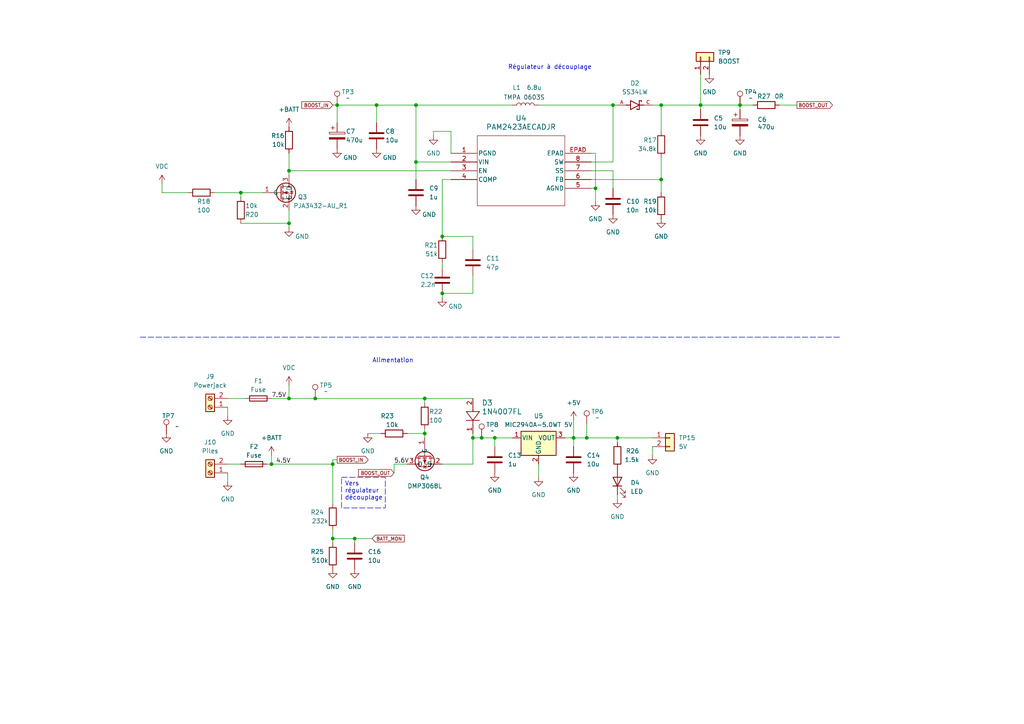
<source format=kicad_sch>
(kicad_sch (version 20230121) (generator eeschema)
  (paper "A4")
  (lib_symbols
    (symbol "2024-03-12_13-59-18:PAM2423AECADJR" (pin_names (offset 0.254))
      (property "Reference" "U" (at 20.32 10.16 0))
      (property "Value" "PAM2423AECADJR" (at 20.32 7.62 0))
      (symbol "PAM2423AECADJR_0_1"
        (polyline (pts (xy 7.62 -15.24) (xy 33.02 -15.24)) (stroke (width 0.127)))
        (polyline (pts (xy 7.62 5.08) (xy 7.62 -15.24)) (stroke (width 0.127)))
        (polyline (pts (xy 33.02 -15.24) (xy 33.02 5.08)) (stroke (width 0.127)))
        (polyline (pts (xy 33.02 5.08) (xy 7.62 5.08)) (stroke (width 0.127)))
        (pin power_out line (at 0 0 0) (length 7.62) (name "PGND") (number "1"))
        (pin unspecified line (at 0 -2.54 0) (length 7.62) (name "VIN") (number "2"))
        (pin unspecified line (at 0 -5.08 0) (length 7.62) (name "EN") (number "3"))
        (pin unspecified line (at 0 -7.62 0) (length 7.62) (name "COMP") (number "4"))
        (pin power_out line (at 40.64 -10.16 180) (length 7.62) (name "AGND") (number "5"))
        (pin unspecified line (at 40.64 -7.62 180) (length 7.62) (name "FB") (number "6"))
        (pin unspecified line (at 40.64 -5.08 180) (length 7.62) (name "SS") (number "7"))
        (pin unspecified line (at 40.64 -2.54 180) (length 7.62) (name "SW") (number "8"))
        (pin unspecified line (at 40.64 0 180) (length 7.62) (name "EPAD") (number "EPAD"))
      )
    )
    (symbol "2024-03-15_15-49-57:1N4007FL" (pin_names (offset 0.254) hide)
      (property "Reference" "CR" (at 5.08 4.445 0))
      (property "Value" "1N4007FL" (at 5.08 -3.81 0))
      (symbol "1N4007FL_1_1"
        (polyline (pts (xy 2.54 0) (xy 3.4798 0)) (stroke (width 0.2032)))
        (polyline (pts (xy 3.175 0) (xy 3.81 0)) (stroke (width 0.2032)))
        (polyline (pts (xy 3.81 -1.905) (xy 6.35 0)) (stroke (width 0.2032)))
        (polyline (pts (xy 3.81 1.905) (xy 3.81 -1.905)) (stroke (width 0.2032)))
        (polyline (pts (xy 6.35 -1.905) (xy 6.35 1.905)) (stroke (width 0.2032)))
        (polyline (pts (xy 6.35 0) (xy 3.81 1.905)) (stroke (width 0.2032)))
        (polyline (pts (xy 6.35 0) (xy 7.62 0)) (stroke (width 0.2032)))
        (pin unspecified line (at 10.16 0 180) (length 2.54) (name "") (number "1"))
        (pin unspecified line (at 0 0 0) (length 2.54) (name "") (number "2"))
      )
      (symbol "1N4007FL_1_2"
        (polyline (pts (xy -1.905 3.81) (xy 1.905 3.81)) (stroke (width 0.2032)))
        (polyline (pts (xy 0 2.54) (xy 0 3.4798)) (stroke (width 0.2032)))
        (polyline (pts (xy 0 3.175) (xy 0 3.81)) (stroke (width 0.2032)))
        (polyline (pts (xy 0 6.35) (xy -1.905 3.81)) (stroke (width 0.2032)))
        (polyline (pts (xy 0 6.35) (xy 0 7.62)) (stroke (width 0.2032)))
        (polyline (pts (xy 1.905 3.81) (xy 0 6.35)) (stroke (width 0.2032)))
        (polyline (pts (xy 1.905 6.35) (xy -1.905 6.35)) (stroke (width 0.2032)))
        (pin unspecified line (at 0 10.16 270) (length 2.54) (name "") (number "1"))
        (pin unspecified line (at 0 0 90) (length 2.54) (name "") (number "2"))
      )
    )
    (symbol "Connector:Screw_Terminal_01x02" (pin_names (offset 1.016) hide)
      (property "Reference" "J" (at 0 2.54 0))
      (property "Value" "Screw_Terminal_01x02" (at 0 -5.08 0))
      (symbol "Screw_Terminal_01x02_1_1"
        (rectangle (start -1.27 1.27) (end 1.27 -3.81) (stroke (width 0.254)) (fill (type background)))
        (circle (center 0 -2.54) (radius 0.635) (stroke (width 0.1524)))
        (polyline (pts (xy -0.5334 -2.2098) (xy 0.3302 -3.048)) (stroke (width 0.1524)))
        (polyline (pts (xy -0.5334 0.3302) (xy 0.3302 -0.508)) (stroke (width 0.1524)))
        (polyline (pts (xy -0.3556 -2.032) (xy 0.508 -2.8702)) (stroke (width 0.1524)))
        (polyline (pts (xy -0.3556 0.508) (xy 0.508 -0.3302)) (stroke (width 0.1524)))
        (circle (center 0 0) (radius 0.635) (stroke (width 0.1524)))
        (pin passive line (at -5.08 0 0) (length 3.81) (name "Pin_1") (number "1"))
        (pin passive line (at -5.08 -2.54 0) (length 3.81) (name "Pin_2") (number "2"))
      )
    )
    (symbol "Connector:TestPoint" (pin_numbers hide) (pin_names (offset 0.762) hide)
      (property "Reference" "TP" (at 0 6.858 0))
      (property "Value" "TestPoint" (at 0 5.08 0))
      (symbol "TestPoint_0_1"
        (circle (center 0 3.302) (radius 0.762))
      )
      (symbol "TestPoint_1_1"
        (pin passive line (at 0 0 90) (length 2.54) (name "1") (number "1"))
      )
    )
    (symbol "Connector_Generic:Conn_01x02" (pin_names (offset 1.016) hide)
      (property "Reference" "J" (at 0 2.54 0))
      (property "Value" "Conn_01x02" (at 0 -5.08 0))
      (symbol "Conn_01x02_1_1"
        (rectangle (start -1.27 -2.413) (end 0 -2.667) (stroke (width 0.1524)))
        (rectangle (start -1.27 0.127) (end 0 -0.127) (stroke (width 0.1524)))
        (rectangle (start -1.27 1.27) (end 1.27 -3.81) (stroke (width 0.254)) (fill (type background)))
        (pin passive line (at -5.08 0 0) (length 3.81) (name "Pin_1") (number "1"))
        (pin passive line (at -5.08 -2.54 0) (length 3.81) (name "Pin_2") (number "2"))
      )
    )
    (symbol "Device:C" (pin_numbers hide) (pin_names (offset 0.254))
      (property "Reference" "C" (at 0.635 2.54 0))
      (property "Value" "C" (at 0.635 -2.54 0))
      (symbol "C_0_1"
        (polyline (pts (xy -2.032 -0.762) (xy 2.032 -0.762)) (stroke (width 0.508)))
        (polyline (pts (xy -2.032 0.762) (xy 2.032 0.762)) (stroke (width 0.508)))
      )
      (symbol "C_1_1"
        (pin passive line (at 0 3.81 270) (length 2.794) (name "~") (number "1"))
        (pin passive line (at 0 -3.81 90) (length 2.794) (name "~") (number "2"))
      )
    )
    (symbol "Device:C_Polarized" (pin_numbers hide) (pin_names (offset 0.254))
      (property "Reference" "C" (at 0.635 2.54 0))
      (property "Value" "C_Polarized" (at 0.635 -2.54 0))
      (symbol "C_Polarized_0_1"
        (rectangle (start -2.286 0.508) (end 2.286 1.016))
        (polyline (pts (xy -1.778 2.286) (xy -0.762 2.286)))
        (polyline (pts (xy -1.27 2.794) (xy -1.27 1.778)))
        (rectangle (start 2.286 -0.508) (end -2.286 -1.016) (fill (type outline)))
      )
      (symbol "C_Polarized_1_1"
        (pin passive line (at 0 3.81 270) (length 2.794) (name "~") (number "1"))
        (pin passive line (at 0 -3.81 90) (length 2.794) (name "~") (number "2"))
      )
    )
    (symbol "Device:Fuse" (pin_numbers hide) (pin_names (offset 0))
      (property "Reference" "F" (at 2.032 0 90))
      (property "Value" "Fuse" (at -1.905 0 90))
      (symbol "Fuse_0_1"
        (rectangle (start -0.762 -2.54) (end 0.762 2.54) (stroke (width 0.254)))
        (polyline (pts (xy 0 2.54) (xy 0 -2.54)))
      )
      (symbol "Fuse_1_1"
        (pin passive line (at 0 3.81 270) (length 1.27) (name "~") (number "1"))
        (pin passive line (at 0 -3.81 90) (length 1.27) (name "~") (number "2"))
      )
    )
    (symbol "Device:L" (pin_numbers hide) (pin_names (offset 1.016) hide)
      (property "Reference" "L" (at -1.27 0 90))
      (property "Value" "L" (at 1.905 0 90))
      (symbol "L_0_1"
        (arc (start 0 -2.54) (mid 0.6323 -1.905) (end 0 -1.27))
        (arc (start 0 -1.27) (mid 0.6323 -0.635) (end 0 0))
        (arc (start 0 0) (mid 0.6323 0.635) (end 0 1.27))
        (arc (start 0 1.27) (mid 0.6323 1.905) (end 0 2.54))
      )
      (symbol "L_1_1"
        (pin passive line (at 0 3.81 270) (length 1.27) (name "1") (number "1"))
        (pin passive line (at 0 -3.81 90) (length 1.27) (name "2") (number "2"))
      )
    )
    (symbol "Device:LED" (pin_numbers hide) (pin_names (offset 1.016) hide)
      (property "Reference" "D" (at 0 2.54 0))
      (property "Value" "LED" (at 0 -2.54 0))
      (symbol "LED_0_1"
        (polyline (pts (xy -1.27 -1.27) (xy -1.27 1.27)) (stroke (width 0.254)))
        (polyline (pts (xy -1.27 0) (xy 1.27 0)))
        (polyline (pts (xy 1.27 -1.27) (xy 1.27 1.27) (xy -1.27 0) (xy 1.27 -1.27)) (stroke (width 0.254)))
        (polyline (pts (xy -3.048 -0.762) (xy -4.572 -2.286) (xy -3.81 -2.286) (xy -4.572 -2.286) (xy -4.572 -1.524)))
        (polyline (pts (xy -1.778 -0.762) (xy -3.302 -2.286) (xy -2.54 -2.286) (xy -3.302 -2.286) (xy -3.302 -1.524)))
      )
      (symbol "LED_1_1"
        (pin passive line (at -3.81 0 0) (length 2.54) (name "K") (number "1"))
        (pin passive line (at 3.81 0 180) (length 2.54) (name "A") (number "2"))
      )
    )
    (symbol "Device:R" (pin_numbers hide) (pin_names (offset 0))
      (property "Reference" "R" (at 2.032 0 90))
      (property "Value" "R" (at 0 0 90))
      (symbol "R_0_1"
        (rectangle (start -1.016 -2.54) (end 1.016 2.54) (stroke (width 0.254)))
      )
      (symbol "R_1_1"
        (pin passive line (at 0 3.81 270) (length 1.27) (name "~") (number "1"))
        (pin passive line (at 0 -3.81 90) (length 1.27) (name "~") (number "2"))
      )
    )
    (symbol "Regulator_Linear:AP2204R-3.0" (pin_names (offset 0.254))
      (property "Reference" "U" (at -5.08 3.175 0))
      (property "Value" "AP2204R-3.0" (at 0 3.175 0))
      (symbol "AP2204R-3.0_0_1"
        (rectangle (start -5.08 1.905) (end 5.08 -5.08) (stroke (width 0.254)) (fill (type background)))
      )
      (symbol "AP2204R-3.0_1_1"
        (pin power_in line (at -7.62 0 0) (length 2.54) (name "VIN") (number "1"))
        (pin power_in line (at 0 -7.62 90) (length 2.54) (name "GND") (number "2"))
        (pin power_out line (at 7.62 0 180) (length 2.54) (name "VOUT") (number "3"))
      )
    )
    (symbol "SS34:SS34" (pin_names (offset 1.016))
      (property "Reference" "D" (at -5.08 2.54 0))
      (property "Value" "SS34" (at -5.08 -3.81 0))
      (symbol "SS34_0_0"
        (polyline (pts (xy -2.54 0) (xy -1.27 0)) (stroke (width 0.254)))
        (polyline (pts (xy -1.27 -1.27) (xy 1.27 0)) (stroke (width 0.254)))
        (polyline (pts (xy -1.27 0) (xy -1.27 -1.27)) (stroke (width 0.254)))
        (polyline (pts (xy -1.27 1.27) (xy -1.27 0)) (stroke (width 0.254)))
        (polyline (pts (xy 0.635 -1.016) (xy 0.635 -1.27)) (stroke (width 0.254)))
        (polyline (pts (xy 1.27 -1.27) (xy 0.635 -1.27)) (stroke (width 0.254)))
        (polyline (pts (xy 1.27 0) (xy -1.27 1.27)) (stroke (width 0.254)))
        (polyline (pts (xy 1.27 0) (xy 1.27 -1.27)) (stroke (width 0.254)))
        (polyline (pts (xy 1.27 1.27) (xy 1.27 0)) (stroke (width 0.254)))
        (polyline (pts (xy 1.905 1.27) (xy 1.27 1.27)) (stroke (width 0.254)))
        (polyline (pts (xy 1.905 1.27) (xy 1.905 1.016)) (stroke (width 0.254)))
        (polyline (pts (xy 2.54 0) (xy 1.27 0)) (stroke (width 0.254)))
        (pin passive line (at -5.08 0 0) (length 2.54) (name "~") (number "A"))
        (pin passive line (at 5.08 0 180) (length 2.54) (name "~") (number "C"))
      )
    )
    (symbol "Transistor_FET:2N7002K"
      (property "Reference" "Q" (at 5.08 1.905 0))
      (property "Value" "2N7002K" (at 5.08 0 0))
      (symbol "2N7002K_0_1"
        (polyline (pts (xy 0.254 0) (xy -2.54 0)))
        (polyline (pts (xy 0.254 1.905) (xy 0.254 -1.905)) (stroke (width 0.254)))
        (polyline (pts (xy 0.762 -1.27) (xy 0.762 -2.286)) (stroke (width 0.254)))
        (polyline (pts (xy 0.762 0.508) (xy 0.762 -0.508)) (stroke (width 0.254)))
        (polyline (pts (xy 0.762 2.286) (xy 0.762 1.27)) (stroke (width 0.254)))
        (polyline (pts (xy 2.54 2.54) (xy 2.54 1.778)))
        (polyline (pts (xy 2.54 -2.54) (xy 2.54 0) (xy 0.762 0)))
        (polyline (pts (xy 0.762 -1.778) (xy 3.302 -1.778) (xy 3.302 1.778) (xy 0.762 1.778)))
        (polyline (pts (xy 1.016 0) (xy 2.032 0.381) (xy 2.032 -0.381) (xy 1.016 0)) (fill (type outline)))
        (polyline (pts (xy 2.794 0.508) (xy 2.921 0.381) (xy 3.683 0.381) (xy 3.81 0.254)))
        (polyline (pts (xy 3.302 0.381) (xy 2.921 -0.254) (xy 3.683 -0.254) (xy 3.302 0.381)))
        (circle (center 1.651 0) (radius 2.794) (stroke (width 0.254)))
        (circle (center 2.54 -1.778) (radius 0.254) (fill (type outline)))
        (circle (center 2.54 1.778) (radius 0.254) (fill (type outline)))
      )
      (symbol "2N7002K_1_1"
        (pin input line (at -5.08 0 0) (length 2.54) (name "G") (number "1"))
        (pin passive line (at 2.54 -5.08 90) (length 2.54) (name "S") (number "2"))
        (pin passive line (at 2.54 5.08 270) (length 2.54) (name "D") (number "3"))
      )
    )
    (symbol "Transistor_FET:IRLML5203"
      (property "Reference" "Q" (at 5.08 1.905 0))
      (property "Value" "IRLML5203" (at 5.08 0 0))
      (symbol "IRLML5203_0_1"
        (polyline (pts (xy 0.254 0) (xy -2.54 0)))
        (polyline (pts (xy 0.254 1.905) (xy 0.254 -1.905)) (stroke (width 0.254)))
        (polyline (pts (xy 0.762 -1.27) (xy 0.762 -2.286)) (stroke (width 0.254)))
        (polyline (pts (xy 0.762 0.508) (xy 0.762 -0.508)) (stroke (width 0.254)))
        (polyline (pts (xy 0.762 2.286) (xy 0.762 1.27)) (stroke (width 0.254)))
        (polyline (pts (xy 2.54 2.54) (xy 2.54 1.778)))
        (polyline (pts (xy 2.54 -2.54) (xy 2.54 0) (xy 0.762 0)))
        (polyline (pts (xy 0.762 1.778) (xy 3.302 1.778) (xy 3.302 -1.778) (xy 0.762 -1.778)))
        (polyline (pts (xy 2.286 0) (xy 1.27 0.381) (xy 1.27 -0.381) (xy 2.286 0)) (fill (type outline)))
        (polyline (pts (xy 2.794 -0.508) (xy 2.921 -0.381) (xy 3.683 -0.381) (xy 3.81 -0.254)))
        (polyline (pts (xy 3.302 -0.381) (xy 2.921 0.254) (xy 3.683 0.254) (xy 3.302 -0.381)))
        (circle (center 1.651 0) (radius 2.794) (stroke (width 0.254)))
        (circle (center 2.54 -1.778) (radius 0.254) (fill (type outline)))
        (circle (center 2.54 1.778) (radius 0.254) (fill (type outline)))
      )
      (symbol "IRLML5203_1_1"
        (pin input line (at -5.08 0 0) (length 2.54) (name "G") (number "1"))
        (pin passive line (at 2.54 -5.08 90) (length 2.54) (name "S") (number "2"))
        (pin passive line (at 2.54 5.08 270) (length 2.54) (name "D") (number "3"))
      )
    )
    (symbol "power:+5V" (power) (pin_names (offset 0))
      (property "Value" "+5V" (at 0 3.556 0))
      (symbol "+5V_0_1"
        (polyline (pts (xy -0.762 1.27) (xy 0 2.54)))
        (polyline (pts (xy 0 0) (xy 0 2.54)))
        (polyline (pts (xy 0 2.54) (xy 0.762 1.27)))
      )
      (symbol "+5V_1_1"
        (pin power_in line (at 0 0 90) (length 0) hide (name "+5V") (number "1"))
      )
    )
    (symbol "power:+BATT" (power) (pin_names (offset 0))
      (property "Value" "+BATT" (at 0 3.556 0))
      (symbol "+BATT_0_1"
        (polyline (pts (xy -0.762 1.27) (xy 0 2.54)))
        (polyline (pts (xy 0 0) (xy 0 2.54)))
        (polyline (pts (xy 0 2.54) (xy 0.762 1.27)))
      )
      (symbol "+BATT_1_1"
        (pin power_in line (at 0 0 90) (length 0) hide (name "+BATT") (number "1"))
      )
    )
    (symbol "power:GND" (power) (pin_names (offset 0))
      (property "Value" "GND" (at 0 -3.81 0))
      (symbol "GND_0_1"
        (polyline (pts (xy 0 0) (xy 0 -1.27) (xy 1.27 -1.27) (xy 0 -2.54) (xy -1.27 -1.27) (xy 0 -1.27)))
      )
      (symbol "GND_1_1"
        (pin power_in line (at 0 0 270) (length 0) hide (name "GND") (number "1"))
      )
    )
    (symbol "power:VDC" (power) (pin_names (offset 0))
      (property "Value" "VDC" (at 0 6.35 0))
      (symbol "VDC_0_1"
        (polyline (pts (xy -0.762 1.27) (xy 0 2.54)))
        (polyline (pts (xy 0 0) (xy 0 2.54)))
        (polyline (pts (xy 0 2.54) (xy 0.762 1.27)))
      )
      (symbol "VDC_1_1"
        (pin power_in line (at 0 0 90) (length 0) hide (name "VDC") (number "1"))
      )
    )
  )
  (junction (at 177.8 30.48))
  (junction (at 143.51 127))
  (junction (at 137.16 127))
  (junction (at 123.19 115.57))
  (junction (at 83.82 64.77))
  (junction (at 214.63 30.48))
  (junction (at 97.79 30.48))
  (junction (at 203.2 30.48))
  (junction (at 109.22 30.48))
  (junction (at 83.82 115.57))
  (junction (at 139.7 127))
  (junction (at 120.65 46.99))
  (junction (at 123.19 125.73))
  (junction (at 120.65 30.48))
  (junction (at 172.72 54.61))
  (junction (at 91.44 115.57))
  (junction (at 166.37 127))
  (junction (at 191.77 30.48))
  (junction (at 128.27 68.58))
  (junction (at 102.87 156.21))
  (junction (at 191.77 52.07))
  (junction (at 179.07 127))
  (junction (at 78.74 134.62))
  (junction (at 96.52 156.21))
  (junction (at 170.18 127))
  (junction (at 128.27 85.09))
  (junction (at 96.52 134.62))
  (junction (at 83.82 49.53))
  (junction (at 69.85 55.88))
  (wire (pts (xy 137.16 127) (xy 139.7 127)))
  (wire (pts (xy 107.95 156.21) (xy 102.87 156.21)))
  (wire (pts (xy 128.27 86.36) (xy 128.27 85.09)))
  (wire (pts (xy 130.81 38.1) (xy 130.81 44.45)))
  (wire (pts (xy 203.2 21.59) (xy 203.2 30.48)))
  (wire (pts (xy 83.82 64.77) (xy 69.85 64.77)))
  (wire (pts (xy 96.52 133.35) (xy 97.79 133.35)))
  (wire (pts (xy 77.47 134.62) (xy 78.74 134.62)))
  (wire (pts (xy 179.07 30.48) (xy 177.8 30.48)))
  (wire (pts (xy 171.45 49.53) (xy 177.8 49.53)))
  (wire (pts (xy 189.23 129.54) (xy 189.23 132.08)))
  (wire (pts (xy 166.37 127) (xy 163.83 127)))
  (wire (pts (xy 96.52 153.67) (xy 96.52 156.21)))
  (wire (pts (xy 179.07 127) (xy 179.07 128.27)))
  (wire (pts (xy 143.51 127) (xy 143.51 129.54)))
  (wire (pts (xy 102.87 156.21) (xy 96.52 156.21)))
  (wire (pts (xy 170.18 127) (xy 179.07 127)))
  (wire (pts (xy 120.65 46.99) (xy 120.65 52.07)))
  (wire (pts (xy 128.27 76.2) (xy 128.27 77.47)))
  (wire (pts (xy 128.27 134.62) (xy 137.16 134.62)))
  (wire (pts (xy 172.72 44.45) (xy 172.72 54.61)))
  (wire (pts (xy 69.85 55.88) (xy 69.85 57.15)))
  (wire (pts (xy 226.06 30.48) (xy 231.14 30.48)))
  (wire (pts (xy 66.04 137.16) (xy 66.04 139.7)))
  (wire (pts (xy 203.2 30.48) (xy 214.63 30.48)))
  (wire (pts (xy 62.23 55.88) (xy 69.85 55.88)))
  (wire (pts (xy 83.82 60.96) (xy 83.82 64.77)))
  (wire (pts (xy 76.2 55.88) (xy 69.85 55.88)))
  (wire (pts (xy 96.52 156.21) (xy 96.52 157.48)))
  (wire (pts (xy 130.81 52.07) (xy 128.27 52.07)))
  (wire (pts (xy 120.65 46.99) (xy 130.81 46.99)))
  (wire (pts (xy 109.22 30.48) (xy 120.65 30.48)))
  (wire (pts (xy 83.82 115.57) (xy 91.44 115.57)))
  (wire (pts (xy 125.73 39.37) (xy 125.73 38.1)))
  (wire (pts (xy 143.51 127) (xy 148.59 127)))
  (wire (pts (xy 78.74 115.57) (xy 83.82 115.57)))
  (wire (pts (xy 97.79 30.48) (xy 109.22 30.48)))
  (wire (pts (xy 191.77 52.07) (xy 191.77 55.88)))
  (wire (pts (xy 170.18 123.19) (xy 170.18 127)))
  (wire (pts (xy 66.04 115.57) (xy 71.12 115.57)))
  (wire (pts (xy 83.82 49.53) (xy 83.82 50.8)))
  (wire (pts (xy 171.45 44.45) (xy 172.72 44.45)))
  (wire (pts (xy 191.77 45.72) (xy 191.77 52.07)))
  (wire (pts (xy 137.16 80.01) (xy 137.16 85.09)))
  (wire (pts (xy 191.77 30.48) (xy 191.77 38.1)))
  (wire (pts (xy 179.07 127) (xy 189.23 127)))
  (wire (pts (xy 123.19 124.46) (xy 123.19 125.73)))
  (wire (pts (xy 97.79 35.56) (xy 97.79 30.48)))
  (wire (pts (xy 123.19 116.84) (xy 123.19 115.57)))
  (wire (pts (xy 83.82 44.45) (xy 83.82 49.53)))
  (wire (pts (xy 96.52 30.48) (xy 97.79 30.48)))
  (wire (pts (xy 171.45 52.07) (xy 191.77 52.07)))
  (wire (pts (xy 189.23 30.48) (xy 191.77 30.48)))
  (wire (pts (xy 177.8 49.53) (xy 177.8 54.61)))
  (wire (pts (xy 46.99 55.88) (xy 46.99 53.34)))
  (wire (pts (xy 177.8 46.99) (xy 177.8 30.48)))
  (wire (pts (xy 118.11 125.73) (xy 123.19 125.73)))
  (wire (pts (xy 172.72 54.61) (xy 171.45 54.61)))
  (wire (pts (xy 66.04 134.62) (xy 69.85 134.62)))
  (wire (pts (xy 214.63 31.75) (xy 214.63 30.48)))
  (wire (pts (xy 123.19 125.73) (xy 123.19 127)))
  (wire (pts (xy 66.04 118.11) (xy 66.04 120.65)))
  (wire (pts (xy 137.16 72.39) (xy 137.16 68.58)))
  (wire (pts (xy 78.74 134.62) (xy 96.52 134.62)))
  (wire (pts (xy 171.45 46.99) (xy 177.8 46.99)))
  (wire (pts (xy 166.37 129.54) (xy 166.37 127)))
  (wire (pts (xy 120.65 46.99) (xy 120.65 30.48)))
  (wire (pts (xy 172.72 54.61) (xy 172.72 58.42)))
  (wire (pts (xy 139.7 127) (xy 143.51 127)))
  (wire (pts (xy 137.16 127) (xy 137.16 134.62)))
  (wire (pts (xy 78.74 132.08) (xy 78.74 134.62)))
  (wire (pts (xy 170.18 127) (xy 166.37 127)))
  (wire (pts (xy 120.65 30.48) (xy 148.59 30.48)))
  (wire (pts (xy 54.61 55.88) (xy 46.99 55.88)))
  (wire (pts (xy 83.82 111.76) (xy 83.82 115.57)))
  (wire (pts (xy 102.87 156.21) (xy 102.87 157.48)))
  (wire (pts (xy 191.77 30.48) (xy 203.2 30.48)))
  (wire (pts (xy 166.37 121.92) (xy 166.37 127)))
  (wire (pts (xy 128.27 52.07) (xy 128.27 68.58)))
  (wire (pts (xy 156.21 30.48) (xy 177.8 30.48)))
  (wire (pts (xy 83.82 66.04) (xy 83.82 64.77)))
  (wire (pts (xy 156.21 138.43) (xy 156.21 134.62)))
  (wire (pts (xy 137.16 68.58) (xy 128.27 68.58)))
  (wire (pts (xy 109.22 35.56) (xy 109.22 30.48)))
  (wire (pts (xy 218.44 30.48) (xy 214.63 30.48)))
  (wire (pts (xy 137.16 85.09) (xy 128.27 85.09)))
  (wire (pts (xy 137.16 125.73) (xy 137.16 127)))
  (polyline (pts (xy 40.64 97.79) (xy 243.84 97.79)) (stroke (width 0) (type dash)))
  (wire (pts (xy 179.07 143.51) (xy 179.07 144.78)))
  (wire (pts (xy 203.2 30.48) (xy 203.2 31.75)))
  (wire (pts (xy 91.44 115.57) (xy 123.19 115.57)))
  (wire (pts (xy 96.52 134.62) (xy 96.52 146.05)))
  (wire (pts (xy 83.82 49.53) (xy 130.81 49.53)))
  (wire (pts (xy 114.3 137.16) (xy 114.3 134.62)))
  (wire (pts (xy 123.19 115.57) (xy 137.16 115.57)))
  (wire (pts (xy 114.3 134.62) (xy 118.11 134.62)))
  (wire (pts (xy 96.52 133.35) (xy 96.52 134.62)))
  (wire (pts (xy 106.68 125.73) (xy 110.49 125.73)))
  (wire (pts (xy 125.73 38.1) (xy 130.81 38.1)))
  (text_box "Vers régulateur\ndécouplage" (at 99.06 138.43 0) (size 12.7 8.89) (stroke (width 0) (type dash)) (effects (font (size 1.27 1.27)) (justify left top)))
  (text "Alimentation" (at 107.95 105.41 0) (effects (font (size 1.27 1.27)) (justify left bottom)))
  (text "Régulateur à découplage\n" (at 147.32 20.32 0) (effects (font (size 1.27 1.27)) (justify left bottom)))
  (text "TMPA 0603S" (at 146.05 29.21 0) (effects (font (size 1.27 1.27)) (justify left bottom)))
  (label "5.6V" (at 114.3 134.62 0))
  (label "7.5V" (at 78.74 115.57 0))
  (label "4.5V" (at 80.01 134.62 0))
  (global_label "BOOST_IN" (shape output) (at 97.79 133.35 0) (effects (font (size 1 1))) (property "Intersheetrefs" "${INTERSHEET_REFS}" (effects hide)))
  (global_label "BOOST_OUT" (shape input) (at 114.3 137.16 180) (effects (font (size 1 1))) (property "Intersheetrefs" "${INTERSHEET_REFS}" (effects hide)))
  (global_label "BOOST_IN" (shape input) (at 96.52 30.48 180) (effects (font (size 1 1))) (property "Intersheetrefs" "${INTERSHEET_REFS}" (effects hide)))
  (global_label "BOOST_OUT" (shape output) (at 231.14 30.48 0) (effects (font (size 1 1))) (property "Intersheetrefs" "${INTERSHEET_REFS}" (effects hide)))
  (global_label "BATT_MON" (shape input) (at 107.95 156.21 0) (effects (font (size 1 1))) (property "Intersheetrefs" "${INTERSHEET_REFS}" (effects hide)))
  (symbol (lib_id "power:GND") (at 214.63 39.37 0) (unit 1)
    (property "Reference" "#PWR036" (effects hide))
    (property "Value" "GND" (at 214.63 44.45 0))
  )
  (symbol (lib_id "power:GND") (at 156.21 138.43 0) (unit 1)
    (property "Reference" "#PWR054" (effects hide))
    (property "Value" "GND" (at 156.21 143.51 0))
  )
  (symbol (lib_id "power:GND") (at 97.79 43.18 0) (unit 1)
    (property "Reference" "#PWR037" (effects hide))
    (property "Value" "GND" (at 101.6 45.72 0))
  )
  (symbol (lib_id "power:GND") (at 102.87 165.1 0) (unit 1)
    (property "Reference" "#PWR060" (effects hide))
    (property "Value" "GND" (at 102.87 170.18 0))
  )
  (symbol (lib_id "power:GND") (at 205.74 21.59 0) (unit 1)
    (property "Reference" "#PWR061" (effects hide))
    (property "Value" "GND" (at 205.74 26.67 0))
  )
  (symbol (lib_id "Device:R") (at 222.25 30.48 90) (unit 1)
    (property "Reference" "R27" (at 223.52 27.94 90) (effects (justify left)))
    (property "Value" "0R" (at 227.33 27.94 90) (effects (justify left)))
    (property "Footprint" "Resistor_SMD:R_0805_2012Metric_Pad1.20x1.40mm_HandSolder" (effects hide))
  )
  (symbol (lib_id "Device:C") (at 120.65 55.88 0) (unit 1)
    (property "Reference" "C9" (at 124.46 54.61 0) (effects (justify left)))
    (property "Value" "1u" (at 124.46 57.15 0) (effects (justify left)))
    (property "Footprint" "Capacitor_SMD:C_0805_2012Metric_Pad1.18x1.45mm_HandSolder" (effects hide))
  )
  (symbol (lib_id "Device:C_Polarized") (at 97.79 39.37 0) (unit 1)
    (property "Reference" "C7" (at 100.33 38.1 0) (effects (justify left)))
    (property "Value" "470u" (at 100.33 40.64 0) (effects (justify left)))
    (property "Footprint" "cap_dig:CAP_EEE_G_PAN-M" (effects hide))
  )
  (symbol (lib_id "SS34:SS34") (at 184.15 30.48 0) (unit 1)
    (property "Reference" "D2" (at 184.15 24.13 0))
    (property "Value" "SS34LW" (at 184.15 26.67 0))
    (property "Footprint" "SS34LWH:SODFL3718X102N" (effects hide))
    (property "SnapEDA_Link" "https://www.snapeda.com/parts/SS34/Taiwan+Semiconductor/view-part/?ref=snap" (effects hide))
    (property "MAXIMUM_PACKAGE_HEIGHT" "2.65mm" (effects hide))
    (property "Package" "DO-214AB-2 Taiwan Semiconductor" (effects hide))
    (property "Check_prices" "https://www.snapeda.com/parts/SS34/Taiwan+Semiconductor/view-part/?ref=eda" (effects hide))
    (property "STANDARD" "Manufacturer Recommendations" (effects hide))
    (property "PARTREV" "S2311" (effects hide))
    (property "MF" "Taiwan Semiconductor" (effects hide))
    (property "MP" "SS34" (effects hide))
    (property "Description" "\n3A, 40V, Schottky Rectifier\n" (effects hide))
    (property "MANUFACTURER" "Taiwan Semiconductor" (effects hide))
  )
  (symbol (lib_id "Device:R") (at 114.3 125.73 90) (unit 1)
    (property "Reference" "R23" (at 114.3 120.65 90) (effects (justify left)))
    (property "Value" "10k" (at 115.57 123.19 90) (effects (justify left)))
    (property "Footprint" "Resistor_SMD:R_0805_2012Metric_Pad1.20x1.40mm_HandSolder" (effects hide))
  )
  (symbol (lib_id "power:+BATT") (at 83.82 36.83 0) (unit 1)
    (property "Reference" "#PWR033" (effects hide))
    (property "Value" "+BATT" (at 83.82 31.75 0))
  )
  (symbol (lib_id "power:GND") (at 66.04 139.7 0) (unit 1)
    (property "Reference" "#PWR055" (effects hide))
    (property "Value" "GND" (at 66.04 144.78 0))
  )
  (symbol (lib_id "Connector:TestPoint") (at 91.44 115.57 0) (unit 1)
    (property "Reference" "TP5" (at 92.71 111.76 0) (effects (justify left)))
    (property "Value" "~" (at 93.98 113.538 0) (effects (justify left)))
    (property "Footprint" "RCWCTE:TP420X150" (effects hide))
  )
  (symbol (lib_id "Device:Fuse") (at 74.93 115.57 90) (unit 1)
    (property "Reference" "F1" (at 74.93 110.49 90))
    (property "Value" "Fuse" (at 74.93 113.03 90))
    (property "Footprint" "MF_SMDF050_2:FUSE_SMDF050-2" (effects hide))
  )
  (symbol (lib_id "Transistor_FET:IRLML5203") (at 123.19 132.08 90) (mirror x) (unit 1)
    (property "Reference" "Q4" (at 123.19 138.43 90))
    (property "Value" "DMP3068L" (at 123.19 140.97 90))
    (property "Footprint" "Package_TO_SOT_SMD:SOT-23_Handsoldering" (effects hide))
    (property "Datasheet" "https://www.infineon.com/dgdl/irlml5203pbf.pdf?fileId=5546d462533600a40153566868da261d" (effects hide))
  )
  (symbol (lib_id "Device:R") (at 69.85 60.96 0) (unit 1)
    (property "Reference" "R20" (at 71.12 62.23 0) (effects (justify left)))
    (property "Value" "10k" (at 71.12 59.69 0) (effects (justify left)))
    (property "Footprint" "Resistor_SMD:R_0805_2012Metric_Pad1.20x1.40mm_HandSolder" (effects hide))
  )
  (symbol (lib_id "power:GND") (at 177.8 62.23 0) (unit 1)
    (property "Reference" "#PWR042" (effects hide))
    (property "Value" "GND" (at 177.8 67.31 0))
  )
  (symbol (lib_id "power:GND") (at 48.26 125.73 0) (unit 1)
    (property "Reference" "#PWR049" (effects hide))
    (property "Value" "GND" (at 48.26 130.81 0))
  )
  (symbol (lib_id "Connector:Screw_Terminal_01x02") (at 60.96 137.16 180) (unit 1)
    (property "Reference" "J10" (at 60.96 128.27 0))
    (property "Value" "Piles" (at 60.96 130.81 0))
    (property "Footprint" "OST:CONN_OSTVN02A150_OST" (effects hide))
  )
  (symbol (lib_id "Device:C") (at 137.16 76.2 0) (unit 1)
    (property "Reference" "C11" (at 140.97 74.93 0) (effects (justify left)))
    (property "Value" "47p" (at 140.97 77.47 0) (effects (justify left)))
    (property "Footprint" "Capacitor_SMD:C_0805_2012Metric_Pad1.18x1.45mm_HandSolder" (effects hide))
  )
  (symbol (lib_id "Device:C") (at 102.87 161.29 0) (unit 1)
    (property "Reference" "C16" (at 106.68 160.02 0) (effects (justify left)))
    (property "Value" "10u" (at 106.68 162.56 0) (effects (justify left)))
    (property "Footprint" "Capacitor_SMD:C_1206_3216Metric_Pad1.33x1.80mm_HandSolder" (effects hide))
  )
  (symbol (lib_id "power:GND") (at 203.2 39.37 0) (unit 1)
    (property "Reference" "#PWR035" (effects hide))
    (property "Value" "GND" (at 203.2 44.45 0))
  )
  (symbol (lib_id "2024-03-12_13-59-18:PAM2423AECADJR") (at 130.81 44.45 0) (unit 1)
    (property "Reference" "U4" (at 151.13 34.29 0) (effects (font (size 1.524 1.524))))
    (property "Value" "PAM2423AECADJR" (at 151.13 36.83 0) (effects (font (size 1.524 1.524))))
    (property "Footprint" "pam_dig:SOP-8_PAM2423AECADJR_DIO-M" (effects hide))
    (property "Datasheet" "PAM2423AECADJR" (effects hide))
  )
  (symbol (lib_id "power:GND") (at 166.37 137.16 0) (unit 1)
    (property "Reference" "#PWR053" (effects hide))
    (property "Value" "GND" (at 166.37 142.24 0))
  )
  (symbol (lib_id "Connector_Generic:Conn_01x02") (at 203.2 16.51 90) (unit 1)
    (property "Reference" "TP9" (at 208.28 15.24 90) (effects (justify right)))
    (property "Value" "BOOST" (at 208.28 17.78 90) (effects (justify right)))
    (property "Footprint" "Connector_PinHeader_2.54mm:PinHeader_1x02_P2.54mm_Vertical" (effects hide))
  )
  (symbol (lib_id "power:GND") (at 191.77 63.5 0) (unit 1)
    (property "Reference" "#PWR043" (effects hide))
    (property "Value" "GND" (at 191.77 68.58 0))
  )
  (symbol (lib_id "Device:Fuse") (at 73.66 134.62 90) (unit 1)
    (property "Reference" "F2" (at 73.66 129.54 90))
    (property "Value" "Fuse" (at 73.66 132.08 90))
    (property "Footprint" "MF_SMDF050_2:FUSE_SMDF050-2" (effects hide))
  )
  (symbol (lib_id "Device:C_Polarized") (at 214.63 35.56 0) (unit 1)
    (property "Reference" "C6" (at 219.71 34.671 0) (effects (justify left)))
    (property "Value" "470u" (at 219.71 36.83 0) (effects (justify left)))
    (property "Footprint" "cap_dig:CAP_EEE_G_PAN-M" (effects hide))
  )
  (symbol (lib_id "Connector_Generic:Conn_01x02") (at 194.31 127 0) (unit 1)
    (property "Reference" "TP15" (at 196.85 127 0) (effects (justify left)))
    (property "Value" "5V" (at 196.85 129.54 0) (effects (justify left)))
    (property "Footprint" "Connector_PinHeader_2.54mm:PinHeader_1x02_P2.54mm_Vertical" (effects hide))
  )
  (symbol (lib_id "Regulator_Linear:AP2204R-3.0") (at 156.21 127 0) (unit 1)
    (property "Reference" "U5" (at 156.21 120.65 0))
    (property "Value" "MIC2940A-5.0WT 5V" (at 156.21 123.19 0))
    (property "Footprint" "Package_TO_SOT_THT:TO-220-3_Vertical" (effects hide))
    (property "Datasheet" "https://www.diodes.com/assets/Datasheets/AP2204.pdf" (effects hide))
  )
  (symbol (lib_id "power:GND") (at 125.73 39.37 0) (unit 1)
    (property "Reference" "#PWR034" (effects hide))
    (property "Value" "GND" (at 125.73 44.45 0))
  )
  (symbol (lib_id "power:VDC") (at 83.82 111.76 0) (unit 1)
    (property "Reference" "#PWR046" (effects hide))
    (property "Value" "VDC" (at 83.82 106.68 0))
  )
  (symbol (lib_id "power:+5V") (at 166.37 121.92 0) (unit 1)
    (property "Reference" "#PWR048" (effects hide))
    (property "Value" "+5V" (at 166.37 116.84 0))
  )
  (symbol (lib_id "2024-03-15_15-49-57:1N4007FL") (at 137.16 115.57 270) (unit 1)
    (property "Reference" "D3" (at 139.7 116.84 90) (effects (font (size 1.524 1.524)) (justify left)))
    (property "Value" "1N4007FL" (at 139.7 119.38 90) (effects (font (size 1.524 1.524)) (justify left)))
    (property "Footprint" "1n4007:CR_SOD-123FL_SME-M" (effects hide))
    (property "Datasheet" "1N4007FL" (effects hide))
  )
  (symbol (lib_id "Device:R") (at 96.52 149.86 180) (unit 1)
    (property "Reference" "R24" (at 93.98 148.59 0) (effects (justify left)))
    (property "Value" "232k" (at 95.25 151.13 0) (effects (justify left)))
    (property "Footprint" "Resistor_SMD:R_0805_2012Metric_Pad1.20x1.40mm_HandSolder" (effects hide))
  )
  (symbol (lib_id "Connector:TestPoint") (at 170.18 123.19 0) (unit 1)
    (property "Reference" "TP6" (at 171.45 119.38 0) (effects (justify left)))
    (property "Value" "~" (at 172.72 121.158 0) (effects (justify left)))
    (property "Footprint" "RCWCTE:TP420X150" (effects hide))
  )
  (symbol (lib_id "Transistor_FET:2N7002K") (at 81.28 55.88 0) (unit 1)
    (property "Reference" "Q3" (at 86.36 57.15 0) (effects (justify left)))
    (property "Value" "PJA3432-AU_R1" (at 85.09 59.69 0) (effects (justify left)))
    (property "Footprint" "Package_TO_SOT_SMD:SOT-23_Handsoldering" (effects hide))
    (property "Datasheet" "https://www.diodes.com/assets/Datasheets/ds30896.pdf" (effects hide))
  )
  (symbol (lib_id "power:GND") (at 189.23 132.08 0) (unit 1)
    (property "Reference" "#PWR059" (effects hide))
    (property "Value" "GND" (at 189.23 137.16 0))
  )
  (symbol (lib_id "power:VDC") (at 46.99 53.34 0) (unit 1)
    (property "Reference" "#PWR039" (effects hide))
    (property "Value" "VDC" (at 46.99 48.26 0))
  )
  (symbol (lib_id "power:GND") (at 143.51 137.16 0) (unit 1)
    (property "Reference" "#PWR052" (effects hide))
    (property "Value" "GND" (at 143.51 142.24 0))
  )
  (symbol (lib_id "power:GND") (at 179.07 144.78 0) (unit 1)
    (property "Reference" "#PWR058" (effects hide))
    (property "Value" "GND" (at 179.07 149.86 0))
  )
  (symbol (lib_id "power:GND") (at 66.04 120.65 0) (unit 1)
    (property "Reference" "#PWR047" (effects hide))
    (property "Value" "GND" (at 66.04 125.73 0))
  )
  (symbol (lib_id "Device:C") (at 109.22 39.37 0) (unit 1)
    (property "Reference" "C8" (at 111.76 38.1 0) (effects (justify left)))
    (property "Value" "10u" (at 111.76 40.64 0) (effects (justify left)))
    (property "Footprint" "Capacitor_SMD:C_0805_2012Metric_Pad1.18x1.45mm_HandSolder" (effects hide))
  )
  (symbol (lib_id "Device:R") (at 58.42 55.88 270) (unit 1)
    (property "Reference" "R18" (at 57.15 58.42 90) (effects (justify left)))
    (property "Value" "100" (at 57.15 60.96 90) (effects (justify left)))
    (property "Footprint" "Resistor_SMD:R_0805_2012Metric_Pad1.20x1.40mm_HandSolder" (effects hide))
  )
  (symbol (lib_id "Device:R") (at 191.77 59.69 180) (unit 1)
    (property "Reference" "R19" (at 190.5 58.42 0) (effects (justify left)))
    (property "Value" "10k" (at 190.5 60.96 0) (effects (justify left)))
    (property "Footprint" "Resistor_SMD:R_0805_2012Metric_Pad1.20x1.40mm_HandSolder" (effects hide))
  )
  (symbol (lib_id "power:GND") (at 96.52 165.1 0) (unit 1)
    (property "Reference" "#PWR056" (effects hide))
    (property "Value" "GND" (at 96.52 170.18 0))
  )
  (symbol (lib_id "Connector:TestPoint") (at 139.7 127 0) (unit 1)
    (property "Reference" "TP8" (at 140.97 123.19 0) (effects (justify left)))
    (property "Value" "~" (at 142.24 124.968 0) (effects (justify left)))
    (property "Footprint" "RCWCTE:TP420X150" (effects hide))
  )
  (symbol (lib_id "Connector:TestPoint") (at 214.63 30.48 0) (unit 1)
    (property "Reference" "TP4" (at 215.9 26.67 0) (effects (justify left)))
    (property "Value" "~" (at 217.17 28.448 0) (effects (justify left)))
    (property "Footprint" "RCWCTE:TP420X150" (effects hide))
  )
  (symbol (lib_id "power:GND") (at 106.68 125.73 0) (unit 1)
    (property "Reference" "#PWR050" (effects hide))
    (property "Value" "GND" (at 106.68 130.81 0))
  )
  (symbol (lib_id "Device:C") (at 177.8 58.42 0) (unit 1)
    (property "Reference" "C10" (at 181.61 58.42 0) (effects (justify left)))
    (property "Value" "10n" (at 181.61 60.96 0) (effects (justify left)))
    (property "Footprint" "Capacitor_SMD:C_0805_2012Metric_Pad1.18x1.45mm_HandSolder" (effects hide))
  )
  (symbol (lib_id "Connector:TestPoint") (at 97.79 30.48 0) (unit 1)
    (property "Reference" "TP3" (at 99.06 26.67 0) (effects (justify left)))
    (property "Value" "~" (at 100.33 28.448 0) (effects (justify left)))
    (property "Footprint" "RCWCTE:TP420X150" (effects hide))
  )
  (symbol (lib_id "Device:L") (at 152.4 30.48 90) (unit 1)
    (property "Reference" "L1" (at 149.86 25.4 90))
    (property "Value" "6.8u" (at 154.94 25.4 90))
    (property "Footprint" "Library:TMPA 0603S" (effects hide))
  )
  (symbol (lib_id "power:GND") (at 120.65 59.69 0) (unit 1)
    (property "Reference" "#PWR041" (effects hide))
    (property "Value" "GND" (at 124.46 62.23 0))
  )
  (symbol (lib_id "Device:C") (at 128.27 81.28 0) (unit 1)
    (property "Reference" "C12" (at 121.92 80.01 0) (effects (justify left)))
    (property "Value" "2.2n" (at 121.92 82.55 0) (effects (justify left)))
    (property "Footprint" "Capacitor_SMD:C_0805_2012Metric_Pad1.18x1.45mm_HandSolder" (effects hide))
  )
  (symbol (lib_id "Device:C") (at 166.37 133.35 0) (unit 1)
    (property "Reference" "C14" (at 170.18 132.08 0) (effects (justify left)))
    (property "Value" "10u" (at 170.18 134.62 0) (effects (justify left)))
    (property "Footprint" "Capacitor_SMD:C_1206_3216Metric_Pad1.33x1.80mm_HandSolder" (effects hide))
  )
  (symbol (lib_id "Device:R") (at 83.82 40.64 180) (unit 1)
    (property "Reference" "R16" (at 82.55 39.37 0) (effects (justify left)))
    (property "Value" "10k" (at 82.55 41.91 0) (effects (justify left)))
    (property "Footprint" "Resistor_SMD:R_0805_2012Metric_Pad1.20x1.40mm_HandSolder" (effects hide))
  )
  (symbol (lib_id "power:GND") (at 109.22 43.18 0) (unit 1)
    (property "Reference" "#PWR038" (effects hide))
    (property "Value" "GND" (at 113.03 45.72 0))
  )
  (symbol (lib_id "Connector:TestPoint") (at 48.26 125.73 0) (unit 1)
    (property "Reference" "TP7" (at 46.99 120.65 0) (effects (justify left)))
    (property "Value" "~" (at 50.8 123.698 0) (effects (justify left)))
    (property "Footprint" "RCWCTE:TP420X150" (effects hide))
  )
  (symbol (lib_id "power:+BATT") (at 78.74 132.08 0) (unit 1)
    (property "Reference" "#PWR051" (effects hide))
    (property "Value" "+BATT" (at 78.74 127 0))
  )
  (symbol (lib_id "Device:R") (at 179.07 132.08 180) (unit 1)
    (property "Reference" "R26" (at 185.42 130.81 0) (effects (justify left)))
    (property "Value" "1.5k" (at 185.42 133.35 0) (effects (justify left)))
    (property "Footprint" "Resistor_SMD:R_1206_3216Metric_Pad1.30x1.75mm_HandSolder" (effects hide))
  )
  (symbol (lib_id "Device:C") (at 143.51 133.35 0) (unit 1)
    (property "Reference" "C13" (at 147.32 132.08 0) (effects (justify left)))
    (property "Value" "1u" (at 147.32 134.62 0) (effects (justify left)))
    (property "Footprint" "Capacitor_SMD:C_1206_3216Metric_Pad1.33x1.80mm_HandSolder" (effects hide))
  )
  (symbol (lib_id "Device:R") (at 128.27 72.39 180) (unit 1)
    (property "Reference" "R21" (at 127 71.12 0) (effects (justify left)))
    (property "Value" "51k" (at 127 73.66 0) (effects (justify left)))
    (property "Footprint" "Resistor_SMD:R_0805_2012Metric_Pad1.20x1.40mm_HandSolder" (effects hide))
  )
  (symbol (lib_id "Device:R") (at 191.77 41.91 180) (unit 1)
    (property "Reference" "R17" (at 190.5 40.64 0) (effects (justify left)))
    (property "Value" "34.8k" (at 190.5 43.18 0) (effects (justify left)))
    (property "Footprint" "Resistor_SMD:R_0805_2012Metric_Pad1.20x1.40mm_HandSolder" (effects hide))
  )
  (symbol (lib_id "power:GND") (at 128.27 86.36 0) (unit 1)
    (property "Reference" "#PWR045" (effects hide))
    (property "Value" "GND" (at 132.08 88.9 0))
  )
  (symbol (lib_id "Device:C") (at 203.2 35.56 0) (unit 1)
    (property "Reference" "C5" (at 207.01 34.29 0) (effects (justify left)))
    (property "Value" "10u" (at 207.01 36.83 0) (effects (justify left)))
    (property "Footprint" "Capacitor_SMD:C_0805_2012Metric_Pad1.18x1.45mm_HandSolder" (effects hide))
  )
  (symbol (lib_id "Device:R") (at 96.52 161.29 180) (unit 1)
    (property "Reference" "R25" (at 93.98 160.02 0) (effects (justify left)))
    (property "Value" "510k" (at 95.25 162.56 0) (effects (justify left)))
    (property "Footprint" "Resistor_SMD:R_0805_2012Metric_Pad1.20x1.40mm_HandSolder" (effects hide))
  )
  (symbol (lib_id "Connector:Screw_Terminal_01x02") (at 60.96 118.11 180) (unit 1)
    (property "Reference" "J9" (at 60.96 109.22 0))
    (property "Value" "Powerjack" (at 60.96 111.76 0))
    (property "Footprint" "OST:CONN_OSTVN02A150_OST" (effects hide))
  )
  (symbol (lib_id "Device:LED") (at 179.07 139.7 90) (unit 1)
    (property "Reference" "D4" (at 182.88 140.0175 90) (effects (justify right)))
    (property "Value" "LED" (at 182.88 142.5575 90) (effects (justify right)))
    (property "Footprint" "LED_SMD:LED_0603_1608Metric_Pad1.05x0.95mm_HandSolder" (effects hide))
  )
  (symbol (lib_id "power:GND") (at 83.82 66.04 0) (unit 1)
    (property "Reference" "#PWR044" (effects hide))
    (property "Value" "GND" (at 87.63 68.58 0))
  )
  (symbol (lib_id "Device:R") (at 123.19 120.65 0) (unit 1)
    (property "Reference" "R22" (at 124.46 119.38 0) (effects (justify left)))
    (property "Value" "100" (at 124.46 121.92 0) (effects (justify left)))
    (property "Footprint" "Resistor_SMD:R_0805_2012Metric_Pad1.20x1.40mm_HandSolder" (effects hide))
  )
  (symbol (lib_id "power:GND") (at 172.72 58.42 0) (unit 1)
    (property "Reference" "#PWR040" (effects hide))
    (property "Value" "GND" (at 172.72 63.5 0))
  )
)
</source>
